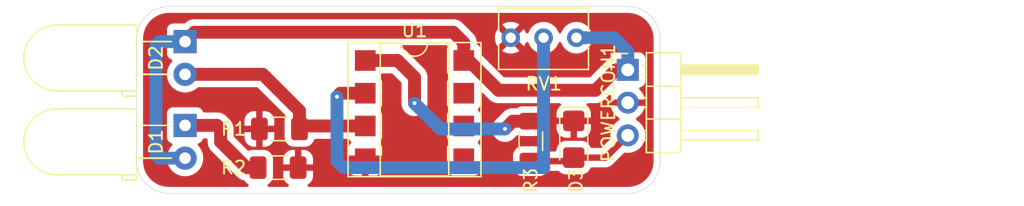
<source format=kicad_pcb>
(kicad_pcb (version 20240108) (generator "pcbnew") (generator_version "8.0")
  (layers (0 "F.Cu" signal) (31 "B.Cu" signal) (34 "B.Paste" user) (35 "F.Paste" user) (36 "B.SilkS" user "B.Silkscreen") (37 "F.SilkS" user "F.Silkscreen") (38 "B.Mask" user) (39 "F.Mask" user) (44 "Edge.Cuts" user))
  (net 0 "")
  (net 1 "Net-(D1-K)")
  (net 2 "GND")
  (net 3 "Net-(D2-A)")
  (net 4 "Net-(R3-Pad1)")
  (net 5 "OUT")
  (net 6 "+5V")
  (net 7 "Net-(U1A--)")
  (footprint "Potentiometer_THT:Potentiometer_Bourns_3266Y_Vertical" (layer "F.Cu") (at 152.025 67.425)
    (property "Reference" "RV1" (at -2.525 3.575 0) (layer "F.SilkS"))
    (property "Value" "10K")
    (fp_line (start -6.015 -2.28) (end -6.015 -0.494) (stroke (width 0.12)) (layer "F.SilkS"))
    (fp_line (start -6.015 -2.28) (end 0.935 -2.28) (stroke (width 0.12)) (layer "F.SilkS"))
    (fp_line (start -6.015 0.496) (end -6.015 2.46) (stroke (width 0.12)) (layer "F.SilkS"))
    (fp_line (start -6.015 2.46) (end 0.935 2.46) (stroke (width 0.12)) (layer "F.SilkS"))
    (fp_line (start 0.935 -2.28) (end 0.935 -0.494) (stroke (width 0.12)) (layer "F.SilkS"))
    (fp_line (start 0.935 0.496) (end 0.935 2.46) (stroke (width 0.12)) (layer "F.SilkS"))
    (pad "1" thru_hole circle (at 0 0) (size 1.44 1.44) (drill 0.8) (layers "*.Cu" "*.Mask") (net 6 "+5V"))
    (pad "2" thru_hole circle (at -2.54 0) (size 1.44 1.44) (drill 0.8) (layers "*.Cu" "*.Mask") (net 7 "Net-(U1A--)"))
    (pad "3" thru_hole circle (at -5.08 0) (size 1.44 1.44) (drill 0.8) (layers "*.Cu" "*.Mask") (net 2 "GND"))
  )
  (footprint "LED_THT:LED_D5.0mm_Horizontal_O3.81mm_Z3.0mm" (layer "F.Cu") (at 121.75 74.225 -90)
    (property "Reference" "D1" (at 1.27 2.25 90) (layer "F.SilkS"))
    (property "Value" "LED")
    (fp_line (start 3.83 4.87) (end 3.83 3.75) (stroke (width 0.12)) (layer "F.SilkS"))
    (fp_line (start 4.23 4.87) (end 3.83 4.87) (stroke (width 0.12)) (layer "F.SilkS"))
    (fp_line (start -1.29 3.75) (end -1.29 9.91) (stroke (width 0.12)) (layer "F.SilkS"))
    (fp_line (start -1.29 3.75) (end 3.83 3.75) (stroke (width 0.12)) (layer "F.SilkS"))
    (fp_line (start 0 3.75) (end 0 3.75) (stroke (width 0.12)) (layer "F.SilkS"))
    (fp_line (start 0 3.75) (end 0 1.08) (stroke (width 0.12)) (layer "F.SilkS"))
    (fp_line (start 2.54 3.75) (end 2.54 3.75) (stroke (width 0.12)) (layer "F.SilkS"))
    (fp_line (start 2.54 3.75) (end 2.54 1.08) (stroke (width 0.12)) (layer "F.SilkS"))
    (fp_line (start 3.83 3.75) (end 3.83 9.91) (stroke (width 0.12)) (layer "F.SilkS"))
    (fp_line (start 3.83 3.75) (end 4.23 3.75) (stroke (width 0.12)) (layer "F.SilkS"))
    (fp_line (start 4.23 3.75) (end 4.23 4.87) (stroke (width 0.12)) (layer "F.SilkS"))
    (fp_line (start 0 1.08) (end 0 3.75) (stroke (width 0.12)) (layer "F.SilkS"))
    (fp_line (start 0 1.08) (end 0 1.08) (stroke (width 0.12)) (layer "F.SilkS"))
    (fp_line (start 2.54 1.08) (end 2.54 3.75) (stroke (width 0.12)) (layer "F.SilkS"))
    (fp_line (start 2.54 1.08) (end 2.54 1.08) (stroke (width 0.12)) (layer "F.SilkS"))
    (fp_arc (start 3.83 9.91) (mid 1.27 12.47) (end -1.29 9.91) (stroke (width 0.12)) (layer "F.SilkS"))
    (pad "1" thru_hole rect (at 0 0 270) (size 1.8 1.8) (drill 0.9) (layers "*.Cu" "*.Mask") (net 1 "Net-(D1-K)"))
    (pad "2" thru_hole circle (at 2.54 0 270) (size 1.8 1.8) (drill 0.9) (layers "*.Cu" "*.Mask") (net 6 "+5V"))
  )
  (footprint "Resistor_SMD:R_1206_3216Metric_Pad1.30x1.75mm_HandSolder" (layer "F.Cu") (at 129.05 74.5 180)
    (property "Reference" "R2" (at 3.55 -3 180) (layer "F.SilkS"))
    (property "Value" "10K")
    (fp_line (start -0.727064 0.91) (end 0.727064 0.91) (stroke (width 0.12)) (layer "F.SilkS"))
    (fp_line (start -0.727064 -0.91) (end 0.727064 -0.91) (stroke (width 0.12)) (layer "F.SilkS"))
    (pad "1" smd roundrect (at -1.55 0 180) (size 1.3 1.75) (layers "F.Cu" "F.Paste" "F.Mask") (roundrect_rratio 0.192308) (net 3 "Net-(D2-A)"))
    (pad "2" smd roundrect (at 1.55 0 180) (size 1.3 1.75) (layers "F.Cu" "F.Paste" "F.Mask") (roundrect_rratio 0.192308) (net 2 "GND"))
  )
  (footprint "Resistor_SMD:R_1206_3216Metric_Pad1.30x1.75mm_HandSolder" (layer "F.Cu") (at 148.5 75.45 -90)
    (property "Reference" "R3" (at 3.05 0 90) (layer "F.SilkS"))
    (property "Value" "330")
    (fp_line (start -0.727064 0.91) (end 0.727064 0.91) (stroke (width 0.12)) (layer "F.SilkS"))
    (fp_line (start -0.727064 -0.91) (end 0.727064 -0.91) (stroke (width 0.12)) (layer "F.SilkS"))
    (pad "1" smd roundrect (at 1.55 0 270) (size 1.3 1.75) (layers "F.Cu" "F.Paste" "F.Mask") (roundrect_rratio 0.192308) (net 5 "OUT"))
    (pad "2" smd roundrect (at -1.55 0 270) (size 1.3 1.75) (layers "F.Cu" "F.Paste" "F.Mask") (roundrect_rratio 0.192308) (net 4 "Net-(R3-Pad1)"))
  )
  (footprint "Package_DIP:DIP-8_W7.62mm_SMDSocket_SmallPads" (layer "F.Cu") (at 139.5 73)
    (property "Reference" "U1" (at 0 -6.14 0) (layer "F.SilkS"))
    (property "Value" "LM358")
    (fp_line (start -5.14 -5.2) (end -5.14 5.2) (stroke (width 0.12)) (layer "F.SilkS"))
    (fp_line (start -5.14 5.2) (end 5.14 5.2) (stroke (width 0.12)) (layer "F.SilkS"))
    (fp_line (start -2.65 -5.14) (end -2.65 5.14) (stroke (width 0.12)) (layer "F.SilkS"))
    (fp_line (start -2.65 5.14) (end 2.65 5.14) (stroke (width 0.12)) (layer "F.SilkS"))
    (fp_line (start -1 -5.14) (end -2.65 -5.14) (stroke (width 0.12)) (layer "F.SilkS"))
    (fp_line (start 2.65 -5.14) (end 1 -5.14) (stroke (width 0.12)) (layer "F.SilkS"))
    (fp_line (start 2.65 5.14) (end 2.65 -5.14) (stroke (width 0.12)) (layer "F.SilkS"))
    (fp_line (start 5.14 -5.2) (end -5.14 -5.2) (stroke (width 0.12)) (layer "F.SilkS"))
    (fp_line (start 5.14 5.2) (end 5.14 -5.2) (stroke (width 0.12)) (layer "F.SilkS"))
    (fp_arc (start 1 -5.14) (mid 0 -4.14) (end -1 -5.14) (stroke (width 0.12)) (layer "F.SilkS"))
    (pad "1" smd rect (at -3.81 -3.81) (size 1.6 1.6) (layers "F.Cu" "F.Paste" "F.Mask") (net 4 "Net-(R3-Pad1)"))
    (pad "2" smd rect (at -3.81 -1.27) (size 1.6 1.6) (layers "F.Cu" "F.Paste" "F.Mask") (net 7 "Net-(U1A--)"))
    (pad "3" smd rect (at -3.81 1.27) (size 1.6 1.6) (layers "F.Cu" "F.Paste" "F.Mask") (net 3 "Net-(D2-A)"))
    (pad "4" smd rect (at -3.81 3.81) (size 1.6 1.6) (layers "F.Cu" "F.Paste" "F.Mask") (net 2 "GND"))
    (pad "5" smd rect (at 3.81 3.81) (size 1.6 1.6) (layers "F.Cu" "F.Paste" "F.Mask"))
    (pad "6" smd rect (at 3.81 1.27) (size 1.6 1.6) (layers "F.Cu" "F.Paste" "F.Mask"))
    (pad "7" smd rect (at 3.81 -1.27) (size 1.6 1.6) (layers "F.Cu" "F.Paste" "F.Mask"))
    (pad "8" smd rect (at 3.81 -3.81) (size 1.6 1.6) (layers "F.Cu" "F.Paste" "F.Mask") (net 6 "+5V"))
  )
  (footprint "Connector_PinHeader_2.54mm:PinHeader_1x03_P2.54mm_Horizontal" (layer "F.Cu") (at 156 69.92)
    (property "Reference" "POWERCON1" (at -1.5 2.58 -90) (layer "F.SilkS"))
    (property "Value" "CON_POWER")
    (fp_line (start -1.27 -1.27) (end 0 -1.27) (stroke (width 0.12)) (layer "F.SilkS"))
    (fp_line (start -1.27 0) (end -1.27 -1.27) (stroke (width 0.12)) (layer "F.SilkS"))
    (fp_line (start 1.042929 2.16) (end 1.44 2.16) (stroke (width 0.12)) (layer "F.SilkS"))
    (fp_line (start 1.042929 2.92) (end 1.44 2.92) (stroke (width 0.12)) (layer "F.SilkS"))
    (fp_line (start 1.042929 4.7) (end 1.44 4.7) (stroke (width 0.12)) (layer "F.SilkS"))
    (fp_line (start 1.042929 5.46) (end 1.44 5.46) (stroke (width 0.12)) (layer "F.SilkS"))
    (fp_line (start 1.11 -0.38) (end 1.44 -0.38) (stroke (width 0.12)) (layer "F.SilkS"))
    (fp_line (start 1.11 0.38) (end 1.44 0.38) (stroke (width 0.12)) (layer "F.SilkS"))
    (fp_line (start 1.44 -1.33) (end 1.44 6.41) (stroke (width 0.12)) (layer "F.SilkS"))
    (fp_line (start 1.44 1.27) (end 4.1 1.27) (stroke (width 0.12)) (layer "F.SilkS"))
    (fp_line (start 1.44 3.81) (end 4.1 3.81) (stroke (width 0.12)) (layer "F.SilkS"))
    (fp_line (start 1.44 6.41) (end 4.1 6.41) (stroke (width 0.12)) (layer "F.SilkS"))
    (fp_line (start 4.1 -1.33) (end 1.44 -1.33) (stroke (width 0.12)) (layer "F.SilkS"))
    (fp_line (start 4.1 -0.38) (end 10.1 -0.38) (stroke (width 0.12)) (layer "F.SilkS"))
    (fp_line (start 4.1 -0.32) (end 10.1 -0.32) (stroke (width 0.12)) (layer "F.SilkS"))
    (fp_line (start 4.1 -0.2) (end 10.1 -0.2) (stroke (width 0.12)) (layer "F.SilkS"))
    (fp_line (start 4.1 -0.08) (end 10.1 -0.08) (stroke (width 0.12)) (layer "F.SilkS"))
    (fp_line (start 4.1 0.04) (end 10.1 0.04) (stroke (width 0.12)) (layer "F.SilkS"))
    (fp_line (start 4.1 0.16) (end 10.1 0.16) (stroke (width 0.12)) (layer "F.SilkS"))
    (fp_line (start 4.1 0.28) (end 10.1 0.28) (stroke (width 0.12)) (layer "F.SilkS"))
    (fp_line (start 4.1 2.16) (end 10.1 2.16) (stroke (width 0.12)) (layer "F.SilkS"))
    (fp_line (start 4.1 4.7) (end 10.1 4.7) (stroke (width 0.12)) (layer "F.SilkS"))
    (fp_line (start 4.1 6.41) (end 4.1 -1.33) (stroke (width 0.12)) (layer "F.SilkS"))
    (fp_line (start 10.1 -0.38) (end 10.1 0.38) (stroke (width 0.12)) (layer "F.SilkS"))
    (fp_line (start 10.1 0.38) (end 4.1 0.38) (stroke (width 0.12)) (layer "F.SilkS"))
    (fp_line (start 10.1 2.16) (end 10.1 2.92) (stroke (width 0.12)) (layer "F.SilkS"))
    (fp_line (start 10.1 2.92) (end 4.1 2.92) (stroke (width 0.12)) (layer "F.SilkS"))
    (fp_line (start 10.1 4.7) (end 10.1 5.46) (stroke (width 0.12)) (layer "F.SilkS"))
    (fp_line (start 10.1 5.46) (end 4.1 5.46) (stroke (width 0.12)) (layer "F.SilkS"))
    (pad "1" thru_hole rect (at 0 0) (size 1.7 1.7) (drill 1) (layers "*.Cu" "*.Mask") (net 6 "+5V"))
    (pad "2" thru_hole oval (at 0 2.54) (size 1.7 1.7) (drill 1) (layers "*.Cu" "*.Mask") (net 2 "GND"))
    (pad "3" thru_hole oval (at 0 5.08) (size 1.7 1.7) (drill 1) (layers "*.Cu" "*.Mask") (net 5 "OUT"))
  )
  (footprint "LED_SMD.3dshapes:LED_1206_3216Metric_Castellated" (layer "F.Cu") (at 151.82 75.3 -90)
    (property "Reference" "D3" (at 3.2 -0.18 90) (layer "F.SilkS"))
    (property "Value" "LED")
    (fp_line (start -2.485 1.085) (end 1.6 1.085) (stroke (width 0.12)) (layer "F.SilkS"))
    (fp_line (start -2.485 -1.085) (end -2.485 1.085) (stroke (width 0.12)) (layer "F.SilkS"))
    (fp_line (start 1.6 -1.085) (end -2.485 -1.085) (stroke (width 0.12)) (layer "F.SilkS"))
    (pad "1" smd roundrect (at -1.425 0 270) (size 1.6 1.65) (layers "F.Cu" "F.Paste" "F.Mask") (roundrect_rratio 0.15625) (net 2 "GND"))
    (pad "2" smd roundrect (at 1.425 0 270) (size 1.6 1.65) (layers "F.Cu" "F.Paste" "F.Mask") (roundrect_rratio 0.15625) (net 5 "OUT"))
  )
  (footprint "LED_THT:LED_D5.0mm_Horizontal_O3.81mm_Z3.0mm" (layer "F.Cu") (at 121.75 67.725 -90)
    (property "Reference" "D2" (at 1.275 2.25 90) (layer "F.SilkS"))
    (property "Value" "LED")
    (fp_line (start 3.83 4.87) (end 3.83 3.75) (stroke (width 0.12)) (layer "F.SilkS"))
    (fp_line (start 4.23 4.87) (end 3.83 4.87) (stroke (width 0.12)) (layer "F.SilkS"))
    (fp_line (start -1.29 3.75) (end -1.29 9.91) (stroke (width 0.12)) (layer "F.SilkS"))
    (fp_line (start -1.29 3.75) (end 3.83 3.75) (stroke (width 0.12)) (layer "F.SilkS"))
    (fp_line (start 0 3.75) (end 0 3.75) (stroke (width 0.12)) (layer "F.SilkS"))
    (fp_line (start 0 3.75) (end 0 1.08) (stroke (width 0.12)) (layer "F.SilkS"))
    (fp_line (start 2.54 3.75) (end 2.54 3.75) (stroke (width 0.12)) (layer "F.SilkS"))
    (fp_line (start 2.54 3.75) (end 2.54 1.08) (stroke (width 0.12)) (layer "F.SilkS"))
    (fp_line (start 3.83 3.75) (end 3.83 9.91) (stroke (width 0.12)) (layer "F.SilkS"))
    (fp_line (start 3.83 3.75) (end 4.23 3.75) (stroke (width 0.12)) (layer "F.SilkS"))
    (fp_line (start 4.23 3.75) (end 4.23 4.87) (stroke (width 0.12)) (layer "F.SilkS"))
    (fp_line (start 0 1.08) (end 0 3.75) (stroke (width 0.12)) (layer "F.SilkS"))
    (fp_line (start 0 1.08) (end 0 1.08) (stroke (width 0.12)) (layer "F.SilkS"))
    (fp_line (start 2.54 1.08) (end 2.54 3.75) (stroke (width 0.12)) (layer "F.SilkS"))
    (fp_line (start 2.54 1.08) (end 2.54 1.08) (stroke (width 0.12)) (layer "F.SilkS"))
    (fp_arc (start 3.83 9.91) (mid 1.27 12.47) (end -1.29 9.91) (stroke (width 0.12)) (layer "F.SilkS"))
    (pad "1" thru_hole rect (at 0 0 270) (size 1.8 1.8) (drill 0.9) (layers "*.Cu" "*.Mask") (net 6 "+5V"))
    (pad "2" thru_hole circle (at 2.54 0 270) (size 1.8 1.8) (drill 0.9) (layers "*.Cu" "*.Mask") (net 3 "Net-(D2-A)"))
  )
  (footprint "Resistor_SMD:R_1206_3216Metric_Pad1.30x1.75mm_HandSolder" (layer "F.Cu") (at 128.95 77.5)
    (property "Reference" "R1" (at -3.45 -3 0) (layer "F.SilkS"))
    (property "Value" "100")
    (fp_line (start -0.727064 -0.91) (end 0.727064 -0.91) (stroke (width 0.12)) (layer "F.SilkS"))
    (fp_line (start -0.727064 0.91) (end 0.727064 0.91) (stroke (width 0.12)) (layer "F.SilkS"))
    (pad "1" smd roundrect (at -1.55 0) (size 1.3 1.75) (layers "F.Cu" "F.Paste" "F.Mask") (roundrect_rratio 0.192308) (net 1 "Net-(D1-K)"))
    (pad "2" smd roundrect (at 1.55 0) (size 1.3 1.75) (layers "F.Cu" "F.Paste" "F.Mask") (roundrect_rratio 0.192308) (net 2 "GND"))
  )
  (gr_arc (start 120.5 79.5) (mid 118.732233 78.767767) (end 118 77) (stroke (width 0.05)) (layer "Edge.Cuts"))
  (gr_line (start 158.5 67.5) (end 158.5 77) (stroke (width 0.05)) (layer "Edge.Cuts"))
  (gr_line (start 118 67.5) (end 118 77) (stroke (width 0.05)) (layer "Edge.Cuts"))
  (gr_line (start 120.5 65) (end 156 65) (stroke (width 0.05)) (layer "Edge.Cuts"))
  (gr_arc (start 158.5 77) (mid 157.767767 78.767767) (end 156 79.5) (stroke (width 0.05)) (layer "Edge.Cuts"))
  (gr_arc (start 118 67.5) (mid 118.732233 65.732233) (end 120.5 65) (stroke (width 0.05)) (layer "Edge.Cuts"))
  (gr_arc (start 156 65) (mid 157.767767 65.732233) (end 158.5 67.5) (stroke (width 0.05)) (layer "Edge.Cuts"))
  (gr_line (start 120.5 79.5) (end 156 79.5) (stroke (width 0.05)) (layer "Edge.Cuts"))
  (segment (start 124.225 74.225) (end 121.75 74.225) (width 1) (layer "F.Cu") (net 1))
  (segment (start 127.4 77.5) (end 126.5 77.5) (width 1) (layer "F.Cu") (net 1))
  (segment (start 126.5 77.5) (end 124.5 75.5) (width 1) (layer "F.Cu") (net 1))
  (segment (start 124.5 74.5) (end 124.225 74.225) (width 1) (layer "F.Cu") (net 1))
  (segment (start 124.5 75.5) (end 124.5 74.5) (width 1) (layer "F.Cu") (net 1))
  (segment (start 130.6 74.5) (end 130.6 73.1) (width 1) (layer "F.Cu") (net 3))
  (segment (start 130.6 73.1) (end 127.765 70.265) (width 1) (layer "F.Cu") (net 3))
  (segment (start 135.69 74.27) (end 130.83 74.27) (width 1) (layer "F.Cu") (net 3))
  (segment (start 127.765 70.265) (end 121.75 70.265) (width 1) (layer "F.Cu") (net 3))
  (segment (start 130.83 74.27) (end 130.6 74.5) (width 1) (layer "F.Cu") (net 3))
  (segment (start 147.1 73.9) (end 146.5 74.5) (width 1) (layer "F.Cu") (net 4))
  (segment (start 139.5 70.5) (end 139.5 71.5) (width 1) (layer "F.Cu") (net 4))
  (segment (start 135.69 69.19) (end 138.19 69.19) (width 1) (layer "F.Cu") (net 4))
  (segment (start 139.5 71.5) (end 139.5 72.5) (width 1) (layer "F.Cu") (net 4))
  (segment (start 148.5 73.9) (end 147.1 73.9) (width 1) (layer "F.Cu") (net 4))
  (segment (start 138.19 69.19) (end 139.5 70.5) (width 1) (layer "F.Cu") (net 4))
  (via (at 139.5 72.5) (size 0.6) (drill 0.3) (layers "F.Cu" "B.Cu") (net 4))
  (via (at 146.5 74.5) (size 0.6) (drill 0.3) (layers "F.Cu" "B.Cu") (net 4))
  (segment (start 141.5 74.5) (end 139.5 72.5) (width 1) (layer "B.Cu") (net 4))
  (segment (start 146.5 74.5) (end 141.5 74.5) (width 1) (layer "B.Cu") (net 4))
  (segment (start 148.5 77) (end 151.545 77) (width 0.5) (layer "F.Cu") (net 5))
  (segment (start 154.275 76.725) (end 156 75) (width 0.5) (layer "F.Cu") (net 5))
  (segment (start 151.545 77) (end 151.82 76.725) (width 0.5) (layer "F.Cu") (net 5))
  (segment (start 151.82 76.725) (end 154.275 76.725) (width 0.5) (layer "F.Cu") (net 5))
  (segment (start 122.475 67) (end 121.75 67.725) (width 1) (layer "F.Cu") (net 6))
  (segment (start 143.31 69.19) (end 143.31 67.81) (width 1) (layer "F.Cu") (net 6))
  (segment (start 143.31 67.81) (end 142.5 67) (width 1) (layer "F.Cu") (net 6))
  (segment (start 153.5 71.5) (end 146 71.5) (width 1) (layer "F.Cu") (net 6))
  (segment (start 143.69 69.19) (end 143.31 69.19) (width 1) (layer "F.Cu") (net 6))
  (segment (start 155.08 69.92) (end 153.5 71.5) (width 1) (layer "F.Cu") (net 6))
  (segment (start 142.5 67) (end 122.475 67) (width 1) (layer "F.Cu") (net 6))
  (segment (start 146 71.5) (end 143.69 69.19) (width 1) (layer "F.Cu") (net 6))
  (segment (start 156 69.92) (end 155.08 69.92) (width 1) (layer "F.Cu") (net 6))
  (segment (start 119.765 76.765) (end 121.75 76.765) (width 1) (layer "B.Cu") (net 6))
  (segment (start 121.75 67.725) (end 119.775 67.725) (width 1) (layer "B.Cu") (net 6))
  (segment (start 156 68.5) (end 156 69.92) (width 1) (layer "B.Cu") (net 6))
  (segment (start 119.775 67.725) (end 119.5 68) (width 1) (layer "B.Cu") (net 6))
  (segment (start 119.5 76.5) (end 119.765 76.765) (width 1) (layer "B.Cu") (net 6))
  (segment (start 154.925 67.425) (end 156 68.5) (width 1) (layer "B.Cu") (net 6))
  (segment (start 119.5 68) (end 119.5 76.5) (width 1) (layer "B.Cu") (net 6))
  (segment (start 152.025 67.425) (end 154.925 67.425) (width 1) (layer "B.Cu") (net 6))
  (segment (start 133.77 71.73) (end 133.5 72) (width 1) (layer "F.Cu") (net 7))
  (segment (start 135.69 71.73) (end 133.77 71.73) (width 1) (layer "F.Cu") (net 7))
  (via (at 133.5 72) (size 0.6) (drill 0.3) (layers "F.Cu" "B.Cu") (net 7))
  (segment (start 134 77.5) (end 133.5 77) (width 1) (layer "B.Cu") (net 7))
  (segment (start 133.5 77) (end 133.5 72) (width 1) (layer "B.Cu") (net 7))
  (segment (start 149.485 77.485) (end 149.5 77.5) (width 1) (layer "B.Cu") (net 7))
  (segment (start 149.485 67.425) (end 149.485 77.485) (width 1) (layer "B.Cu") (net 7))
  (segment (start 149.5 77.5) (end 134 77.5) (width 1) (layer "B.Cu") (net 7))
  (zone (net 2) (net_name "GND") (layer "F.Cu") (connect_pads (clearance 0.5)) (min_thickness 0.25) (fill yes (thermal_gap 0.5) (thermal_bridge_width 0.5))
    (polygon (pts (xy 117.5 64.5) (xy 117.5 80.5) (xy 159 80) (xy 159 64.5)))
  )
)
</source>
